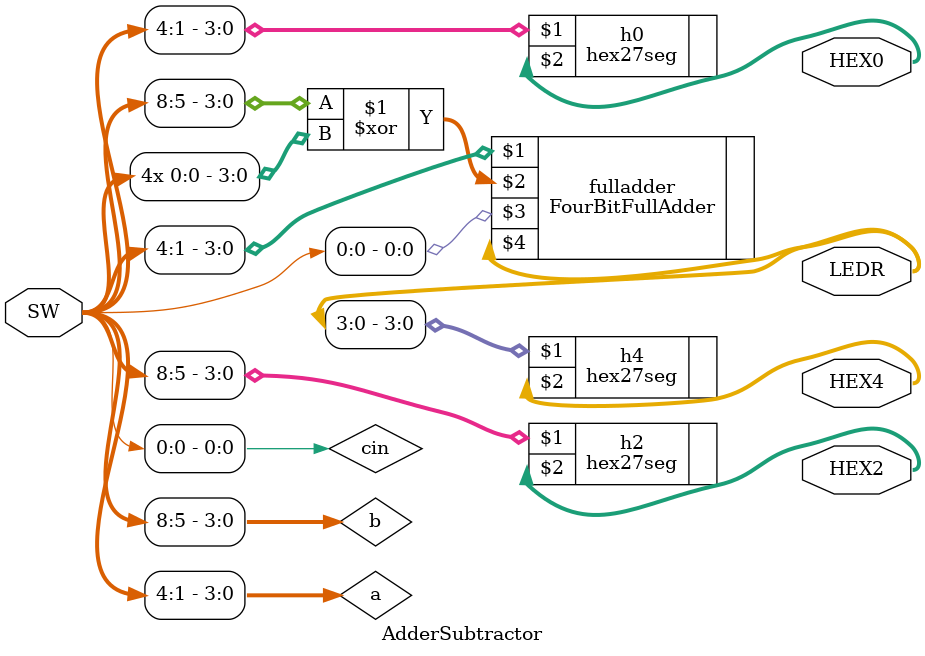
<source format=v>
module AdderSubtractor (SW, LEDR, HEX0, HEX2, HEX4);
	input[8:0] SW;
	output[4:0] LEDR;
	output[6:0] HEX0;
	output[6:0] HEX2;
	output[6:0] HEX4;
	
	wire[3:0] a;
	wire[3:0] b;
	wire cin;
	
	assign {b, a, cin} = SW;

	FourBitFullAdder fulladder (a, b ^ {4{cin}}, cin, LEDR);

	hex27seg h0 (a, HEX0);
	hex27seg h2 (b, HEX2);
	hex27seg h4 (LEDR[3:0], HEX4);
endmodule
</source>
